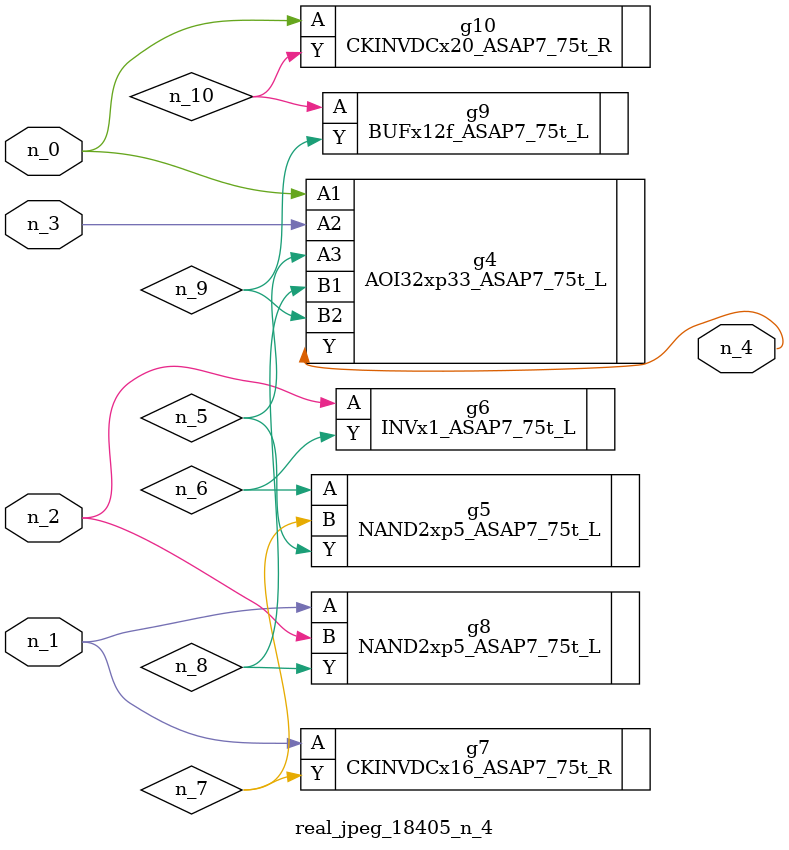
<source format=v>
module real_jpeg_18405_n_4 (n_3, n_1, n_0, n_2, n_4);

input n_3;
input n_1;
input n_0;
input n_2;

output n_4;

wire n_5;
wire n_8;
wire n_6;
wire n_7;
wire n_10;
wire n_9;

AOI32xp33_ASAP7_75t_L g4 ( 
.A1(n_0),
.A2(n_3),
.A3(n_5),
.B1(n_8),
.B2(n_9),
.Y(n_4)
);

CKINVDCx20_ASAP7_75t_R g10 ( 
.A(n_0),
.Y(n_10)
);

CKINVDCx16_ASAP7_75t_R g7 ( 
.A(n_1),
.Y(n_7)
);

NAND2xp5_ASAP7_75t_L g8 ( 
.A(n_1),
.B(n_2),
.Y(n_8)
);

INVx1_ASAP7_75t_L g6 ( 
.A(n_2),
.Y(n_6)
);

NAND2xp5_ASAP7_75t_L g5 ( 
.A(n_6),
.B(n_7),
.Y(n_5)
);

BUFx12f_ASAP7_75t_L g9 ( 
.A(n_10),
.Y(n_9)
);


endmodule
</source>
